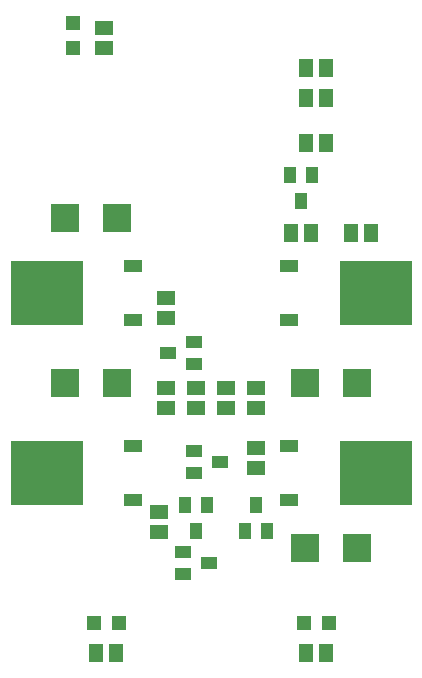
<source format=gtp>
G75*
G70*
%OFA0B0*%
%FSLAX24Y24*%
%IPPOS*%
%LPD*%
%AMOC8*
5,1,8,0,0,1.08239X$1,22.5*
%
%ADD10R,0.0945X0.0945*%
%ADD11R,0.0512X0.0591*%
%ADD12R,0.0472X0.0472*%
%ADD13R,0.0591X0.0512*%
%ADD14R,0.0551X0.0394*%
%ADD15R,0.0394X0.0551*%
%ADD16R,0.2441X0.2126*%
%ADD17R,0.0630X0.0394*%
D10*
X002866Y010785D03*
X004598Y010785D03*
X004598Y016285D03*
X002866Y016285D03*
X010866Y010785D03*
X012598Y010785D03*
X012598Y005285D03*
X010866Y005285D03*
D11*
X010897Y001785D03*
X011566Y001785D03*
X004566Y001785D03*
X003897Y001785D03*
X010397Y015785D03*
X011066Y015785D03*
X012397Y015785D03*
X013066Y015785D03*
X011566Y018785D03*
X010897Y018785D03*
X010897Y020285D03*
X011566Y020285D03*
X011566Y021285D03*
X010897Y021285D03*
D12*
X003818Y002785D03*
X004645Y002785D03*
X010818Y002785D03*
X011645Y002785D03*
X003112Y021947D03*
X003112Y022773D03*
D13*
X004152Y022615D03*
X004152Y021945D03*
X006232Y013620D03*
X006232Y012950D03*
X006232Y010620D03*
X006232Y009950D03*
X007232Y009950D03*
X007232Y010620D03*
X008232Y010620D03*
X008232Y009950D03*
X009232Y009950D03*
X009232Y010620D03*
X009232Y008620D03*
X009232Y007950D03*
X005982Y006495D03*
X005982Y005825D03*
D14*
X006799Y005159D03*
X006799Y004411D03*
X007665Y004785D03*
X007174Y007786D03*
X007174Y008534D03*
X008040Y008160D03*
X007165Y011411D03*
X007165Y012159D03*
X006299Y011785D03*
D15*
X006858Y006718D03*
X007232Y005852D03*
X007606Y006718D03*
X008858Y005852D03*
X009232Y006718D03*
X009606Y005852D03*
X010732Y016852D03*
X011106Y017718D03*
X010358Y017718D03*
D16*
X013216Y013785D03*
X013216Y007785D03*
X002248Y007785D03*
X002248Y013785D03*
D17*
X005122Y012887D03*
X005122Y014683D03*
X005122Y008683D03*
X005122Y006887D03*
X010342Y006887D03*
X010342Y008683D03*
X010342Y012887D03*
X010342Y014683D03*
M02*

</source>
